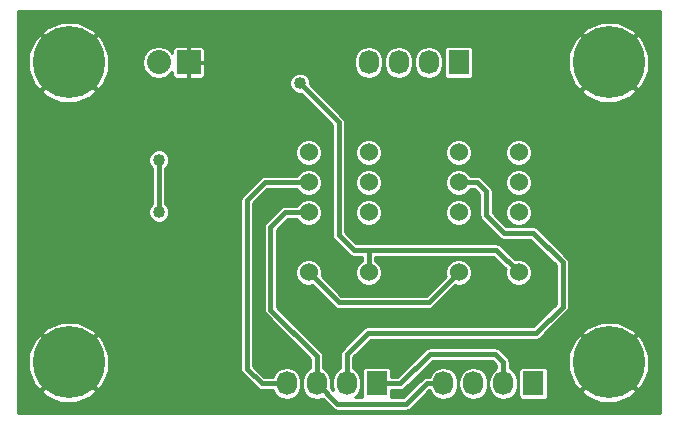
<source format=gbr>
G04 #@! TF.FileFunction,Copper,L2,Bot,Signal*
%FSLAX46Y46*%
G04 Gerber Fmt 4.6, Leading zero omitted, Abs format (unit mm)*
G04 Created by KiCad (PCBNEW 4.0.5+dfsg1-4) date Tue Jul 17 10:21:43 2018*
%MOMM*%
%LPD*%
G01*
G04 APERTURE LIST*
%ADD10C,0.100000*%
%ADD11C,1.524000*%
%ADD12R,1.727200X2.032000*%
%ADD13O,1.727200X2.032000*%
%ADD14R,2.032000X2.032000*%
%ADD15O,2.032000X2.032000*%
%ADD16C,6.096000*%
%ADD17C,1.016000*%
%ADD18C,0.381000*%
%ADD19C,0.254000*%
G04 APERTURE END LIST*
D10*
D11*
X91440000Y-96520000D03*
X91440000Y-93980000D03*
X91440000Y-91440000D03*
X91440000Y-101600000D03*
X96520000Y-101600000D03*
X96520000Y-96520000D03*
X96520000Y-93980000D03*
X96520000Y-91440000D03*
X78740000Y-96520000D03*
X78740000Y-93980000D03*
X78740000Y-91440000D03*
X78740000Y-101600000D03*
X83820000Y-101600000D03*
X83820000Y-96520000D03*
X83820000Y-93980000D03*
X83820000Y-91440000D03*
D12*
X91440000Y-83820000D03*
D13*
X88900000Y-83820000D03*
X86360000Y-83820000D03*
X83820000Y-83820000D03*
D14*
X68580000Y-83820000D03*
D15*
X66040000Y-83820000D03*
D12*
X97750000Y-111000000D03*
D13*
X95210000Y-111000000D03*
X92670000Y-111000000D03*
X90130000Y-111000000D03*
D12*
X84500000Y-111000000D03*
D13*
X81960000Y-111000000D03*
X79420000Y-111000000D03*
X76880000Y-111000000D03*
D16*
X58420000Y-83820000D03*
X104140000Y-83820000D03*
X58420000Y-109220000D03*
X104140000Y-109220000D03*
D17*
X66040000Y-96520000D03*
X66040000Y-92075000D03*
X77978000Y-85598000D03*
D18*
X66040000Y-96520000D02*
X66040000Y-92075000D01*
X91440000Y-101600000D02*
X88900000Y-104140000D01*
X81280000Y-104140000D02*
X78740000Y-101600000D01*
X88900000Y-104140000D02*
X81280000Y-104140000D01*
X84500000Y-111000000D02*
X86500000Y-111000000D01*
X95210000Y-109210000D02*
X95210000Y-111000000D01*
X94500000Y-108500000D02*
X95210000Y-109210000D01*
X89000000Y-108500000D02*
X94500000Y-108500000D01*
X86500000Y-111000000D02*
X89000000Y-108500000D01*
X81960000Y-111000000D02*
X81960000Y-108540000D01*
X92980000Y-93980000D02*
X91440000Y-93980000D01*
X93750000Y-94750000D02*
X92980000Y-93980000D01*
X93750000Y-96750000D02*
X93750000Y-94750000D01*
X95250000Y-98250000D02*
X93750000Y-96750000D01*
X97750000Y-98250000D02*
X95250000Y-98250000D01*
X100250000Y-100750000D02*
X97750000Y-98250000D01*
X100250000Y-104500000D02*
X100250000Y-100750000D01*
X98000000Y-106750000D02*
X100250000Y-104500000D01*
X83750000Y-106750000D02*
X98000000Y-106750000D01*
X81960000Y-108540000D02*
X83750000Y-106750000D01*
X90130000Y-111000000D02*
X88750000Y-111000000D01*
X81170000Y-112750000D02*
X79420000Y-111000000D01*
X87000000Y-112750000D02*
X81170000Y-112750000D01*
X88750000Y-111000000D02*
X87000000Y-112750000D01*
X78740000Y-96520000D02*
X76730000Y-96520000D01*
X76730000Y-96520000D02*
X75500000Y-97750000D01*
X75500000Y-97750000D02*
X75500000Y-104750000D01*
X75500000Y-104750000D02*
X79420000Y-108670000D01*
X79420000Y-108670000D02*
X79420000Y-111000000D01*
X78740000Y-93980000D02*
X75020000Y-93980000D01*
X74750000Y-111000000D02*
X76880000Y-111000000D01*
X73500000Y-109750000D02*
X74750000Y-111000000D01*
X73500000Y-95500000D02*
X73500000Y-109750000D01*
X75020000Y-93980000D02*
X73500000Y-95500000D01*
X81280000Y-98425000D02*
X82550000Y-99695000D01*
X82550000Y-99695000D02*
X83820000Y-99695000D01*
X81280000Y-88900000D02*
X81280000Y-98425000D01*
X77978000Y-85598000D02*
X81280000Y-88900000D01*
X83820000Y-101600000D02*
X83820000Y-99695000D01*
X96520000Y-101600000D02*
X94615000Y-99695000D01*
X94615000Y-99695000D02*
X83820000Y-99695000D01*
D19*
G36*
X108458000Y-113538000D02*
X54102000Y-113538000D01*
X54102000Y-111669301D01*
X56060501Y-111669301D01*
X56416710Y-112085325D01*
X57665714Y-112633842D01*
X59029552Y-112662631D01*
X60300590Y-112167312D01*
X60423290Y-112085325D01*
X60779499Y-111669301D01*
X58420000Y-109309803D01*
X56060501Y-111669301D01*
X54102000Y-111669301D01*
X54102000Y-109829552D01*
X54977369Y-109829552D01*
X55472688Y-111100590D01*
X55554675Y-111223290D01*
X55970699Y-111579499D01*
X58330197Y-109220000D01*
X58509803Y-109220000D01*
X60869301Y-111579499D01*
X61285325Y-111223290D01*
X61833842Y-109974286D01*
X61862631Y-108610448D01*
X61367312Y-107339410D01*
X61285325Y-107216710D01*
X60869301Y-106860501D01*
X58509803Y-109220000D01*
X58330197Y-109220000D01*
X55970699Y-106860501D01*
X55554675Y-107216710D01*
X55006158Y-108465714D01*
X54977369Y-109829552D01*
X54102000Y-109829552D01*
X54102000Y-106770699D01*
X56060501Y-106770699D01*
X58420000Y-109130197D01*
X60779499Y-106770699D01*
X60423290Y-106354675D01*
X59174286Y-105806158D01*
X57810448Y-105777369D01*
X56539410Y-106272688D01*
X56416710Y-106354675D01*
X56060501Y-106770699D01*
X54102000Y-106770699D01*
X54102000Y-92251057D01*
X65150846Y-92251057D01*
X65285903Y-92577920D01*
X65468500Y-92760836D01*
X65468500Y-95834363D01*
X65286782Y-96015764D01*
X65151154Y-96342391D01*
X65150846Y-96696057D01*
X65285903Y-97022920D01*
X65535764Y-97273218D01*
X65862391Y-97408846D01*
X66216057Y-97409154D01*
X66542920Y-97274097D01*
X66793218Y-97024236D01*
X66928846Y-96697609D01*
X66929154Y-96343943D01*
X66794097Y-96017080D01*
X66611500Y-95834164D01*
X66611500Y-95500000D01*
X72928499Y-95500000D01*
X72928500Y-95500005D01*
X72928500Y-109749995D01*
X72928499Y-109750000D01*
X72944983Y-109832866D01*
X72972003Y-109968704D01*
X73095888Y-110154112D01*
X74345886Y-111404109D01*
X74345888Y-111404112D01*
X74531296Y-111527997D01*
X74567582Y-111535215D01*
X74750000Y-111571501D01*
X74750005Y-111571500D01*
X75713320Y-111571500D01*
X75730140Y-111656057D01*
X75999935Y-112059834D01*
X76403712Y-112329629D01*
X76880000Y-112424369D01*
X77356288Y-112329629D01*
X77760065Y-112059834D01*
X78029860Y-111656057D01*
X78124600Y-111179769D01*
X78124600Y-110820231D01*
X78029860Y-110343943D01*
X77760065Y-109940166D01*
X77356288Y-109670371D01*
X76880000Y-109575631D01*
X76403712Y-109670371D01*
X75999935Y-109940166D01*
X75730140Y-110343943D01*
X75713320Y-110428500D01*
X74986723Y-110428500D01*
X74071500Y-109513276D01*
X74071500Y-97750000D01*
X74928499Y-97750000D01*
X74928500Y-97750005D01*
X74928500Y-104749995D01*
X74928499Y-104750000D01*
X74959155Y-104904112D01*
X74972003Y-104968704D01*
X75040689Y-105071500D01*
X75095888Y-105154112D01*
X78848500Y-108906723D01*
X78848500Y-109733990D01*
X78539935Y-109940166D01*
X78270140Y-110343943D01*
X78175400Y-110820231D01*
X78175400Y-111179769D01*
X78270140Y-111656057D01*
X78539935Y-112059834D01*
X78943712Y-112329629D01*
X79420000Y-112424369D01*
X79896288Y-112329629D01*
X79923334Y-112311557D01*
X80765886Y-113154109D01*
X80765888Y-113154112D01*
X80889774Y-113236890D01*
X80951297Y-113277998D01*
X81170000Y-113321501D01*
X81170005Y-113321500D01*
X86999995Y-113321500D01*
X87000000Y-113321501D01*
X87182418Y-113285215D01*
X87218704Y-113277997D01*
X87404112Y-113154112D01*
X88967203Y-111591020D01*
X88980140Y-111656057D01*
X89249935Y-112059834D01*
X89653712Y-112329629D01*
X90130000Y-112424369D01*
X90606288Y-112329629D01*
X91010065Y-112059834D01*
X91279860Y-111656057D01*
X91374600Y-111179769D01*
X91374600Y-110820231D01*
X91425400Y-110820231D01*
X91425400Y-111179769D01*
X91520140Y-111656057D01*
X91789935Y-112059834D01*
X92193712Y-112329629D01*
X92670000Y-112424369D01*
X93146288Y-112329629D01*
X93550065Y-112059834D01*
X93819860Y-111656057D01*
X93914600Y-111179769D01*
X93914600Y-110820231D01*
X93819860Y-110343943D01*
X93550065Y-109940166D01*
X93146288Y-109670371D01*
X92670000Y-109575631D01*
X92193712Y-109670371D01*
X91789935Y-109940166D01*
X91520140Y-110343943D01*
X91425400Y-110820231D01*
X91374600Y-110820231D01*
X91279860Y-110343943D01*
X91010065Y-109940166D01*
X90606288Y-109670371D01*
X90130000Y-109575631D01*
X89653712Y-109670371D01*
X89249935Y-109940166D01*
X88980140Y-110343943D01*
X88963320Y-110428500D01*
X88750005Y-110428500D01*
X88750000Y-110428499D01*
X88531297Y-110472002D01*
X88531295Y-110472003D01*
X88531296Y-110472003D01*
X88345888Y-110595888D01*
X88345886Y-110595891D01*
X86763276Y-112178500D01*
X85713693Y-112178500D01*
X85721459Y-112167134D01*
X85752064Y-112016000D01*
X85752064Y-111571500D01*
X86499995Y-111571500D01*
X86500000Y-111571501D01*
X86682418Y-111535215D01*
X86718704Y-111527997D01*
X86904112Y-111404112D01*
X86904113Y-111404111D01*
X89236723Y-109071500D01*
X94263276Y-109071500D01*
X94638500Y-109446723D01*
X94638500Y-109733990D01*
X94329935Y-109940166D01*
X94060140Y-110343943D01*
X93965400Y-110820231D01*
X93965400Y-111179769D01*
X94060140Y-111656057D01*
X94329935Y-112059834D01*
X94733712Y-112329629D01*
X95210000Y-112424369D01*
X95686288Y-112329629D01*
X96090065Y-112059834D01*
X96359860Y-111656057D01*
X96454600Y-111179769D01*
X96454600Y-110820231D01*
X96359860Y-110343943D01*
X96119354Y-109984000D01*
X96497936Y-109984000D01*
X96497936Y-112016000D01*
X96524503Y-112157190D01*
X96607946Y-112286865D01*
X96735266Y-112373859D01*
X96886400Y-112404464D01*
X98613600Y-112404464D01*
X98754790Y-112377897D01*
X98884465Y-112294454D01*
X98971459Y-112167134D01*
X99002064Y-112016000D01*
X99002064Y-111669301D01*
X101780501Y-111669301D01*
X102136710Y-112085325D01*
X103385714Y-112633842D01*
X104749552Y-112662631D01*
X106020590Y-112167312D01*
X106143290Y-112085325D01*
X106499499Y-111669301D01*
X104140000Y-109309803D01*
X101780501Y-111669301D01*
X99002064Y-111669301D01*
X99002064Y-109984000D01*
X98975497Y-109842810D01*
X98966966Y-109829552D01*
X100697369Y-109829552D01*
X101192688Y-111100590D01*
X101274675Y-111223290D01*
X101690699Y-111579499D01*
X104050197Y-109220000D01*
X104229803Y-109220000D01*
X106589301Y-111579499D01*
X107005325Y-111223290D01*
X107553842Y-109974286D01*
X107582631Y-108610448D01*
X107087312Y-107339410D01*
X107005325Y-107216710D01*
X106589301Y-106860501D01*
X104229803Y-109220000D01*
X104050197Y-109220000D01*
X101690699Y-106860501D01*
X101274675Y-107216710D01*
X100726158Y-108465714D01*
X100697369Y-109829552D01*
X98966966Y-109829552D01*
X98892054Y-109713135D01*
X98764734Y-109626141D01*
X98613600Y-109595536D01*
X96886400Y-109595536D01*
X96745210Y-109622103D01*
X96615535Y-109705546D01*
X96528541Y-109832866D01*
X96497936Y-109984000D01*
X96119354Y-109984000D01*
X96090065Y-109940166D01*
X95781500Y-109733990D01*
X95781500Y-109210005D01*
X95781501Y-109210000D01*
X95737998Y-108991297D01*
X95669447Y-108888703D01*
X95614112Y-108805888D01*
X95614109Y-108805886D01*
X94904112Y-108095888D01*
X94718704Y-107972003D01*
X94682418Y-107964785D01*
X94500000Y-107928499D01*
X94499995Y-107928500D01*
X89000005Y-107928500D01*
X89000000Y-107928499D01*
X88817582Y-107964785D01*
X88781296Y-107972003D01*
X88595888Y-108095888D01*
X88595886Y-108095891D01*
X86263276Y-110428500D01*
X85752064Y-110428500D01*
X85752064Y-109984000D01*
X85725497Y-109842810D01*
X85642054Y-109713135D01*
X85514734Y-109626141D01*
X85363600Y-109595536D01*
X83636400Y-109595536D01*
X83495210Y-109622103D01*
X83365535Y-109705546D01*
X83278541Y-109832866D01*
X83247936Y-109984000D01*
X83247936Y-112016000D01*
X83274503Y-112157190D01*
X83288216Y-112178500D01*
X82662469Y-112178500D01*
X82840065Y-112059834D01*
X83109860Y-111656057D01*
X83204600Y-111179769D01*
X83204600Y-110820231D01*
X83109860Y-110343943D01*
X82840065Y-109940166D01*
X82531500Y-109733990D01*
X82531500Y-108776724D01*
X83986723Y-107321500D01*
X97999995Y-107321500D01*
X98000000Y-107321501D01*
X98182418Y-107285215D01*
X98218704Y-107277997D01*
X98404112Y-107154112D01*
X98787524Y-106770699D01*
X101780501Y-106770699D01*
X104140000Y-109130197D01*
X106499499Y-106770699D01*
X106143290Y-106354675D01*
X104894286Y-105806158D01*
X103530448Y-105777369D01*
X102259410Y-106272688D01*
X102136710Y-106354675D01*
X101780501Y-106770699D01*
X98787524Y-106770699D01*
X100654109Y-104904114D01*
X100654112Y-104904112D01*
X100777997Y-104718704D01*
X100777998Y-104718703D01*
X100821501Y-104500000D01*
X100821500Y-104499995D01*
X100821500Y-100750005D01*
X100821501Y-100750000D01*
X100777997Y-100531297D01*
X100777997Y-100531296D01*
X100654112Y-100345888D01*
X100654109Y-100345886D01*
X98154112Y-97845888D01*
X97968704Y-97722003D01*
X97932418Y-97714785D01*
X97750000Y-97678499D01*
X97749995Y-97678500D01*
X95486723Y-97678500D01*
X94554583Y-96746359D01*
X95376802Y-96746359D01*
X95550446Y-97166612D01*
X95871697Y-97488423D01*
X96291646Y-97662801D01*
X96746359Y-97663198D01*
X97166612Y-97489554D01*
X97488423Y-97168303D01*
X97662801Y-96748354D01*
X97663198Y-96293641D01*
X97489554Y-95873388D01*
X97168303Y-95551577D01*
X96748354Y-95377199D01*
X96293641Y-95376802D01*
X95873388Y-95550446D01*
X95551577Y-95871697D01*
X95377199Y-96291646D01*
X95376802Y-96746359D01*
X94554583Y-96746359D01*
X94321500Y-96513276D01*
X94321500Y-94750000D01*
X94277997Y-94531296D01*
X94154112Y-94345888D01*
X94154109Y-94345886D01*
X94014583Y-94206359D01*
X95376802Y-94206359D01*
X95550446Y-94626612D01*
X95871697Y-94948423D01*
X96291646Y-95122801D01*
X96746359Y-95123198D01*
X97166612Y-94949554D01*
X97488423Y-94628303D01*
X97662801Y-94208354D01*
X97663198Y-93753641D01*
X97489554Y-93333388D01*
X97168303Y-93011577D01*
X96748354Y-92837199D01*
X96293641Y-92836802D01*
X95873388Y-93010446D01*
X95551577Y-93331697D01*
X95377199Y-93751646D01*
X95376802Y-94206359D01*
X94014583Y-94206359D01*
X93384112Y-93575888D01*
X93198704Y-93452003D01*
X93162418Y-93444785D01*
X92980000Y-93408499D01*
X92979995Y-93408500D01*
X92440589Y-93408500D01*
X92409554Y-93333388D01*
X92088303Y-93011577D01*
X91668354Y-92837199D01*
X91213641Y-92836802D01*
X90793388Y-93010446D01*
X90471577Y-93331697D01*
X90297199Y-93751646D01*
X90296802Y-94206359D01*
X90470446Y-94626612D01*
X90791697Y-94948423D01*
X91211646Y-95122801D01*
X91666359Y-95123198D01*
X92086612Y-94949554D01*
X92408423Y-94628303D01*
X92440314Y-94551500D01*
X92743276Y-94551500D01*
X93178500Y-94986723D01*
X93178500Y-96749995D01*
X93178499Y-96750000D01*
X93213133Y-96924111D01*
X93222003Y-96968704D01*
X93274985Y-97047997D01*
X93345888Y-97154112D01*
X94845886Y-98654109D01*
X94845888Y-98654112D01*
X95031296Y-98777997D01*
X95250000Y-98821500D01*
X97513276Y-98821500D01*
X99678500Y-100986723D01*
X99678500Y-104263277D01*
X97763276Y-106178500D01*
X83750000Y-106178500D01*
X83531296Y-106222003D01*
X83345888Y-106345888D01*
X83345886Y-106345891D01*
X81555888Y-108135888D01*
X81432003Y-108321296D01*
X81432003Y-108321297D01*
X81388499Y-108540000D01*
X81388500Y-108540005D01*
X81388500Y-109733990D01*
X81079935Y-109940166D01*
X80810140Y-110343943D01*
X80715400Y-110820231D01*
X80715400Y-111179769D01*
X80791731Y-111563507D01*
X80622026Y-111393802D01*
X80664600Y-111179769D01*
X80664600Y-110820231D01*
X80569860Y-110343943D01*
X80300065Y-109940166D01*
X79991500Y-109733990D01*
X79991500Y-108670005D01*
X79991501Y-108670000D01*
X79947997Y-108451297D01*
X79947997Y-108451296D01*
X79824112Y-108265888D01*
X79824109Y-108265886D01*
X76071500Y-104513276D01*
X76071500Y-101826359D01*
X77596802Y-101826359D01*
X77770446Y-102246612D01*
X78091697Y-102568423D01*
X78511646Y-102742801D01*
X78966359Y-102743198D01*
X79043217Y-102711441D01*
X80875886Y-104544109D01*
X80875888Y-104544112D01*
X81061296Y-104667997D01*
X81280000Y-104711500D01*
X88899995Y-104711500D01*
X88900000Y-104711501D01*
X89082418Y-104675215D01*
X89118704Y-104667997D01*
X89304112Y-104544112D01*
X91136589Y-102711635D01*
X91211646Y-102742801D01*
X91666359Y-102743198D01*
X92086612Y-102569554D01*
X92408423Y-102248303D01*
X92582801Y-101828354D01*
X92583198Y-101373641D01*
X92409554Y-100953388D01*
X92088303Y-100631577D01*
X91668354Y-100457199D01*
X91213641Y-100456802D01*
X90793388Y-100630446D01*
X90471577Y-100951697D01*
X90297199Y-101371646D01*
X90296802Y-101826359D01*
X90328559Y-101903218D01*
X88663276Y-103568500D01*
X81516723Y-103568500D01*
X79851635Y-101903411D01*
X79882801Y-101828354D01*
X79883198Y-101373641D01*
X79709554Y-100953388D01*
X79388303Y-100631577D01*
X78968354Y-100457199D01*
X78513641Y-100456802D01*
X78093388Y-100630446D01*
X77771577Y-100951697D01*
X77597199Y-101371646D01*
X77596802Y-101826359D01*
X76071500Y-101826359D01*
X76071500Y-97986724D01*
X76966723Y-97091500D01*
X77739411Y-97091500D01*
X77770446Y-97166612D01*
X78091697Y-97488423D01*
X78511646Y-97662801D01*
X78966359Y-97663198D01*
X79386612Y-97489554D01*
X79708423Y-97168303D01*
X79882801Y-96748354D01*
X79883198Y-96293641D01*
X79709554Y-95873388D01*
X79388303Y-95551577D01*
X78968354Y-95377199D01*
X78513641Y-95376802D01*
X78093388Y-95550446D01*
X77771577Y-95871697D01*
X77739686Y-95948500D01*
X76730005Y-95948500D01*
X76730000Y-95948499D01*
X76511297Y-95992002D01*
X76511295Y-95992003D01*
X76511296Y-95992003D01*
X76325888Y-96115888D01*
X76325886Y-96115891D01*
X75095888Y-97345888D01*
X74972003Y-97531296D01*
X74972003Y-97531297D01*
X74928499Y-97750000D01*
X74071500Y-97750000D01*
X74071500Y-95736724D01*
X75256723Y-94551500D01*
X77739411Y-94551500D01*
X77770446Y-94626612D01*
X78091697Y-94948423D01*
X78511646Y-95122801D01*
X78966359Y-95123198D01*
X79386612Y-94949554D01*
X79708423Y-94628303D01*
X79882801Y-94208354D01*
X79883198Y-93753641D01*
X79709554Y-93333388D01*
X79388303Y-93011577D01*
X78968354Y-92837199D01*
X78513641Y-92836802D01*
X78093388Y-93010446D01*
X77771577Y-93331697D01*
X77739686Y-93408500D01*
X75020005Y-93408500D01*
X75020000Y-93408499D01*
X74801297Y-93452002D01*
X74801295Y-93452003D01*
X74801296Y-93452003D01*
X74615888Y-93575888D01*
X74615886Y-93575891D01*
X73095888Y-95095888D01*
X72972003Y-95281296D01*
X72972003Y-95281297D01*
X72928499Y-95500000D01*
X66611500Y-95500000D01*
X66611500Y-92760637D01*
X66793218Y-92579236D01*
X66928846Y-92252609D01*
X66929154Y-91898943D01*
X66833053Y-91666359D01*
X77596802Y-91666359D01*
X77770446Y-92086612D01*
X78091697Y-92408423D01*
X78511646Y-92582801D01*
X78966359Y-92583198D01*
X79386612Y-92409554D01*
X79708423Y-92088303D01*
X79882801Y-91668354D01*
X79883198Y-91213641D01*
X79709554Y-90793388D01*
X79388303Y-90471577D01*
X78968354Y-90297199D01*
X78513641Y-90296802D01*
X78093388Y-90470446D01*
X77771577Y-90791697D01*
X77597199Y-91211646D01*
X77596802Y-91666359D01*
X66833053Y-91666359D01*
X66794097Y-91572080D01*
X66544236Y-91321782D01*
X66217609Y-91186154D01*
X65863943Y-91185846D01*
X65537080Y-91320903D01*
X65286782Y-91570764D01*
X65151154Y-91897391D01*
X65150846Y-92251057D01*
X54102000Y-92251057D01*
X54102000Y-86269301D01*
X56060501Y-86269301D01*
X56416710Y-86685325D01*
X57665714Y-87233842D01*
X59029552Y-87262631D01*
X60300590Y-86767312D01*
X60423290Y-86685325D01*
X60779499Y-86269301D01*
X58420000Y-83909803D01*
X56060501Y-86269301D01*
X54102000Y-86269301D01*
X54102000Y-84429552D01*
X54977369Y-84429552D01*
X55472688Y-85700590D01*
X55554675Y-85823290D01*
X55970699Y-86179499D01*
X58330197Y-83820000D01*
X58509803Y-83820000D01*
X60869301Y-86179499D01*
X61285325Y-85823290D01*
X61306946Y-85774057D01*
X77088846Y-85774057D01*
X77223903Y-86100920D01*
X77473764Y-86351218D01*
X77800391Y-86486846D01*
X78058847Y-86487071D01*
X80708500Y-89136723D01*
X80708500Y-98424995D01*
X80708499Y-98425000D01*
X80717193Y-98468704D01*
X80752003Y-98643704D01*
X80841734Y-98777997D01*
X80875888Y-98829112D01*
X82145886Y-100099109D01*
X82145888Y-100099112D01*
X82331296Y-100222997D01*
X82367582Y-100230215D01*
X82550000Y-100266501D01*
X82550005Y-100266500D01*
X83248500Y-100266500D01*
X83248500Y-100599411D01*
X83173388Y-100630446D01*
X82851577Y-100951697D01*
X82677199Y-101371646D01*
X82676802Y-101826359D01*
X82850446Y-102246612D01*
X83171697Y-102568423D01*
X83591646Y-102742801D01*
X84046359Y-102743198D01*
X84466612Y-102569554D01*
X84788423Y-102248303D01*
X84962801Y-101828354D01*
X84963198Y-101373641D01*
X84789554Y-100953388D01*
X84468303Y-100631577D01*
X84391500Y-100599686D01*
X84391500Y-100266500D01*
X94378276Y-100266500D01*
X95408365Y-101296589D01*
X95377199Y-101371646D01*
X95376802Y-101826359D01*
X95550446Y-102246612D01*
X95871697Y-102568423D01*
X96291646Y-102742801D01*
X96746359Y-102743198D01*
X97166612Y-102569554D01*
X97488423Y-102248303D01*
X97662801Y-101828354D01*
X97663198Y-101373641D01*
X97489554Y-100953388D01*
X97168303Y-100631577D01*
X96748354Y-100457199D01*
X96293641Y-100456802D01*
X96216782Y-100488559D01*
X95019112Y-99290888D01*
X94833704Y-99167003D01*
X94797418Y-99159785D01*
X94615000Y-99123499D01*
X94614995Y-99123500D01*
X82786723Y-99123500D01*
X81851500Y-98188276D01*
X81851500Y-96746359D01*
X82676802Y-96746359D01*
X82850446Y-97166612D01*
X83171697Y-97488423D01*
X83591646Y-97662801D01*
X84046359Y-97663198D01*
X84466612Y-97489554D01*
X84788423Y-97168303D01*
X84962801Y-96748354D01*
X84962802Y-96746359D01*
X90296802Y-96746359D01*
X90470446Y-97166612D01*
X90791697Y-97488423D01*
X91211646Y-97662801D01*
X91666359Y-97663198D01*
X92086612Y-97489554D01*
X92408423Y-97168303D01*
X92582801Y-96748354D01*
X92583198Y-96293641D01*
X92409554Y-95873388D01*
X92088303Y-95551577D01*
X91668354Y-95377199D01*
X91213641Y-95376802D01*
X90793388Y-95550446D01*
X90471577Y-95871697D01*
X90297199Y-96291646D01*
X90296802Y-96746359D01*
X84962802Y-96746359D01*
X84963198Y-96293641D01*
X84789554Y-95873388D01*
X84468303Y-95551577D01*
X84048354Y-95377199D01*
X83593641Y-95376802D01*
X83173388Y-95550446D01*
X82851577Y-95871697D01*
X82677199Y-96291646D01*
X82676802Y-96746359D01*
X81851500Y-96746359D01*
X81851500Y-94206359D01*
X82676802Y-94206359D01*
X82850446Y-94626612D01*
X83171697Y-94948423D01*
X83591646Y-95122801D01*
X84046359Y-95123198D01*
X84466612Y-94949554D01*
X84788423Y-94628303D01*
X84962801Y-94208354D01*
X84963198Y-93753641D01*
X84789554Y-93333388D01*
X84468303Y-93011577D01*
X84048354Y-92837199D01*
X83593641Y-92836802D01*
X83173388Y-93010446D01*
X82851577Y-93331697D01*
X82677199Y-93751646D01*
X82676802Y-94206359D01*
X81851500Y-94206359D01*
X81851500Y-91666359D01*
X82676802Y-91666359D01*
X82850446Y-92086612D01*
X83171697Y-92408423D01*
X83591646Y-92582801D01*
X84046359Y-92583198D01*
X84466612Y-92409554D01*
X84788423Y-92088303D01*
X84962801Y-91668354D01*
X84962802Y-91666359D01*
X90296802Y-91666359D01*
X90470446Y-92086612D01*
X90791697Y-92408423D01*
X91211646Y-92582801D01*
X91666359Y-92583198D01*
X92086612Y-92409554D01*
X92408423Y-92088303D01*
X92582801Y-91668354D01*
X92582802Y-91666359D01*
X95376802Y-91666359D01*
X95550446Y-92086612D01*
X95871697Y-92408423D01*
X96291646Y-92582801D01*
X96746359Y-92583198D01*
X97166612Y-92409554D01*
X97488423Y-92088303D01*
X97662801Y-91668354D01*
X97663198Y-91213641D01*
X97489554Y-90793388D01*
X97168303Y-90471577D01*
X96748354Y-90297199D01*
X96293641Y-90296802D01*
X95873388Y-90470446D01*
X95551577Y-90791697D01*
X95377199Y-91211646D01*
X95376802Y-91666359D01*
X92582802Y-91666359D01*
X92583198Y-91213641D01*
X92409554Y-90793388D01*
X92088303Y-90471577D01*
X91668354Y-90297199D01*
X91213641Y-90296802D01*
X90793388Y-90470446D01*
X90471577Y-90791697D01*
X90297199Y-91211646D01*
X90296802Y-91666359D01*
X84962802Y-91666359D01*
X84963198Y-91213641D01*
X84789554Y-90793388D01*
X84468303Y-90471577D01*
X84048354Y-90297199D01*
X83593641Y-90296802D01*
X83173388Y-90470446D01*
X82851577Y-90791697D01*
X82677199Y-91211646D01*
X82676802Y-91666359D01*
X81851500Y-91666359D01*
X81851500Y-88900005D01*
X81851501Y-88900000D01*
X81807997Y-88681297D01*
X81807997Y-88681296D01*
X81684112Y-88495888D01*
X81684109Y-88495886D01*
X79457524Y-86269301D01*
X101780501Y-86269301D01*
X102136710Y-86685325D01*
X103385714Y-87233842D01*
X104749552Y-87262631D01*
X106020590Y-86767312D01*
X106143290Y-86685325D01*
X106499499Y-86269301D01*
X104140000Y-83909803D01*
X101780501Y-86269301D01*
X79457524Y-86269301D01*
X78866930Y-85678707D01*
X78867154Y-85421943D01*
X78732097Y-85095080D01*
X78482236Y-84844782D01*
X78155609Y-84709154D01*
X77801943Y-84708846D01*
X77475080Y-84843903D01*
X77224782Y-85093764D01*
X77089154Y-85420391D01*
X77088846Y-85774057D01*
X61306946Y-85774057D01*
X61833842Y-84574286D01*
X61850341Y-83792631D01*
X64643000Y-83792631D01*
X64643000Y-83847369D01*
X64749340Y-84381978D01*
X65052172Y-84835197D01*
X65505391Y-85138029D01*
X66040000Y-85244369D01*
X66574609Y-85138029D01*
X67027828Y-84835197D01*
X67183000Y-84602966D01*
X67183000Y-84911786D01*
X67241004Y-85051820D01*
X67348181Y-85158996D01*
X67488215Y-85217000D01*
X68421250Y-85217000D01*
X68516500Y-85121750D01*
X68516500Y-83883500D01*
X68643500Y-83883500D01*
X68643500Y-85121750D01*
X68738750Y-85217000D01*
X69671785Y-85217000D01*
X69811819Y-85158996D01*
X69918996Y-85051820D01*
X69977000Y-84911786D01*
X69977000Y-83978750D01*
X69881750Y-83883500D01*
X68643500Y-83883500D01*
X68516500Y-83883500D01*
X68496500Y-83883500D01*
X68496500Y-83756500D01*
X68516500Y-83756500D01*
X68516500Y-82518250D01*
X68643500Y-82518250D01*
X68643500Y-83756500D01*
X69881750Y-83756500D01*
X69977000Y-83661250D01*
X69977000Y-83640231D01*
X82575400Y-83640231D01*
X82575400Y-83999769D01*
X82670140Y-84476057D01*
X82939935Y-84879834D01*
X83343712Y-85149629D01*
X83820000Y-85244369D01*
X84296288Y-85149629D01*
X84700065Y-84879834D01*
X84969860Y-84476057D01*
X85064600Y-83999769D01*
X85064600Y-83640231D01*
X85115400Y-83640231D01*
X85115400Y-83999769D01*
X85210140Y-84476057D01*
X85479935Y-84879834D01*
X85883712Y-85149629D01*
X86360000Y-85244369D01*
X86836288Y-85149629D01*
X87240065Y-84879834D01*
X87509860Y-84476057D01*
X87604600Y-83999769D01*
X87604600Y-83640231D01*
X87655400Y-83640231D01*
X87655400Y-83999769D01*
X87750140Y-84476057D01*
X88019935Y-84879834D01*
X88423712Y-85149629D01*
X88900000Y-85244369D01*
X89376288Y-85149629D01*
X89780065Y-84879834D01*
X90049860Y-84476057D01*
X90144600Y-83999769D01*
X90144600Y-83640231D01*
X90049860Y-83163943D01*
X89809354Y-82804000D01*
X90187936Y-82804000D01*
X90187936Y-84836000D01*
X90214503Y-84977190D01*
X90297946Y-85106865D01*
X90425266Y-85193859D01*
X90576400Y-85224464D01*
X92303600Y-85224464D01*
X92444790Y-85197897D01*
X92574465Y-85114454D01*
X92661459Y-84987134D01*
X92692064Y-84836000D01*
X92692064Y-84429552D01*
X100697369Y-84429552D01*
X101192688Y-85700590D01*
X101274675Y-85823290D01*
X101690699Y-86179499D01*
X104050197Y-83820000D01*
X104229803Y-83820000D01*
X106589301Y-86179499D01*
X107005325Y-85823290D01*
X107553842Y-84574286D01*
X107582631Y-83210448D01*
X107087312Y-81939410D01*
X107005325Y-81816710D01*
X106589301Y-81460501D01*
X104229803Y-83820000D01*
X104050197Y-83820000D01*
X101690699Y-81460501D01*
X101274675Y-81816710D01*
X100726158Y-83065714D01*
X100697369Y-84429552D01*
X92692064Y-84429552D01*
X92692064Y-82804000D01*
X92665497Y-82662810D01*
X92582054Y-82533135D01*
X92454734Y-82446141D01*
X92303600Y-82415536D01*
X90576400Y-82415536D01*
X90435210Y-82442103D01*
X90305535Y-82525546D01*
X90218541Y-82652866D01*
X90187936Y-82804000D01*
X89809354Y-82804000D01*
X89780065Y-82760166D01*
X89376288Y-82490371D01*
X88900000Y-82395631D01*
X88423712Y-82490371D01*
X88019935Y-82760166D01*
X87750140Y-83163943D01*
X87655400Y-83640231D01*
X87604600Y-83640231D01*
X87509860Y-83163943D01*
X87240065Y-82760166D01*
X86836288Y-82490371D01*
X86360000Y-82395631D01*
X85883712Y-82490371D01*
X85479935Y-82760166D01*
X85210140Y-83163943D01*
X85115400Y-83640231D01*
X85064600Y-83640231D01*
X84969860Y-83163943D01*
X84700065Y-82760166D01*
X84296288Y-82490371D01*
X83820000Y-82395631D01*
X83343712Y-82490371D01*
X82939935Y-82760166D01*
X82670140Y-83163943D01*
X82575400Y-83640231D01*
X69977000Y-83640231D01*
X69977000Y-82728214D01*
X69918996Y-82588180D01*
X69811819Y-82481004D01*
X69671785Y-82423000D01*
X68738750Y-82423000D01*
X68643500Y-82518250D01*
X68516500Y-82518250D01*
X68421250Y-82423000D01*
X67488215Y-82423000D01*
X67348181Y-82481004D01*
X67241004Y-82588180D01*
X67183000Y-82728214D01*
X67183000Y-83037034D01*
X67027828Y-82804803D01*
X66574609Y-82501971D01*
X66040000Y-82395631D01*
X65505391Y-82501971D01*
X65052172Y-82804803D01*
X64749340Y-83258022D01*
X64643000Y-83792631D01*
X61850341Y-83792631D01*
X61862631Y-83210448D01*
X61367312Y-81939410D01*
X61285325Y-81816710D01*
X60869301Y-81460501D01*
X58509803Y-83820000D01*
X58330197Y-83820000D01*
X55970699Y-81460501D01*
X55554675Y-81816710D01*
X55006158Y-83065714D01*
X54977369Y-84429552D01*
X54102000Y-84429552D01*
X54102000Y-81370699D01*
X56060501Y-81370699D01*
X58420000Y-83730197D01*
X60779499Y-81370699D01*
X101780501Y-81370699D01*
X104140000Y-83730197D01*
X106499499Y-81370699D01*
X106143290Y-80954675D01*
X104894286Y-80406158D01*
X103530448Y-80377369D01*
X102259410Y-80872688D01*
X102136710Y-80954675D01*
X101780501Y-81370699D01*
X60779499Y-81370699D01*
X60423290Y-80954675D01*
X59174286Y-80406158D01*
X57810448Y-80377369D01*
X56539410Y-80872688D01*
X56416710Y-80954675D01*
X56060501Y-81370699D01*
X54102000Y-81370699D01*
X54102000Y-79502000D01*
X108458000Y-79502000D01*
X108458000Y-113538000D01*
X108458000Y-113538000D01*
G37*
X108458000Y-113538000D02*
X54102000Y-113538000D01*
X54102000Y-111669301D01*
X56060501Y-111669301D01*
X56416710Y-112085325D01*
X57665714Y-112633842D01*
X59029552Y-112662631D01*
X60300590Y-112167312D01*
X60423290Y-112085325D01*
X60779499Y-111669301D01*
X58420000Y-109309803D01*
X56060501Y-111669301D01*
X54102000Y-111669301D01*
X54102000Y-109829552D01*
X54977369Y-109829552D01*
X55472688Y-111100590D01*
X55554675Y-111223290D01*
X55970699Y-111579499D01*
X58330197Y-109220000D01*
X58509803Y-109220000D01*
X60869301Y-111579499D01*
X61285325Y-111223290D01*
X61833842Y-109974286D01*
X61862631Y-108610448D01*
X61367312Y-107339410D01*
X61285325Y-107216710D01*
X60869301Y-106860501D01*
X58509803Y-109220000D01*
X58330197Y-109220000D01*
X55970699Y-106860501D01*
X55554675Y-107216710D01*
X55006158Y-108465714D01*
X54977369Y-109829552D01*
X54102000Y-109829552D01*
X54102000Y-106770699D01*
X56060501Y-106770699D01*
X58420000Y-109130197D01*
X60779499Y-106770699D01*
X60423290Y-106354675D01*
X59174286Y-105806158D01*
X57810448Y-105777369D01*
X56539410Y-106272688D01*
X56416710Y-106354675D01*
X56060501Y-106770699D01*
X54102000Y-106770699D01*
X54102000Y-92251057D01*
X65150846Y-92251057D01*
X65285903Y-92577920D01*
X65468500Y-92760836D01*
X65468500Y-95834363D01*
X65286782Y-96015764D01*
X65151154Y-96342391D01*
X65150846Y-96696057D01*
X65285903Y-97022920D01*
X65535764Y-97273218D01*
X65862391Y-97408846D01*
X66216057Y-97409154D01*
X66542920Y-97274097D01*
X66793218Y-97024236D01*
X66928846Y-96697609D01*
X66929154Y-96343943D01*
X66794097Y-96017080D01*
X66611500Y-95834164D01*
X66611500Y-95500000D01*
X72928499Y-95500000D01*
X72928500Y-95500005D01*
X72928500Y-109749995D01*
X72928499Y-109750000D01*
X72944983Y-109832866D01*
X72972003Y-109968704D01*
X73095888Y-110154112D01*
X74345886Y-111404109D01*
X74345888Y-111404112D01*
X74531296Y-111527997D01*
X74567582Y-111535215D01*
X74750000Y-111571501D01*
X74750005Y-111571500D01*
X75713320Y-111571500D01*
X75730140Y-111656057D01*
X75999935Y-112059834D01*
X76403712Y-112329629D01*
X76880000Y-112424369D01*
X77356288Y-112329629D01*
X77760065Y-112059834D01*
X78029860Y-111656057D01*
X78124600Y-111179769D01*
X78124600Y-110820231D01*
X78029860Y-110343943D01*
X77760065Y-109940166D01*
X77356288Y-109670371D01*
X76880000Y-109575631D01*
X76403712Y-109670371D01*
X75999935Y-109940166D01*
X75730140Y-110343943D01*
X75713320Y-110428500D01*
X74986723Y-110428500D01*
X74071500Y-109513276D01*
X74071500Y-97750000D01*
X74928499Y-97750000D01*
X74928500Y-97750005D01*
X74928500Y-104749995D01*
X74928499Y-104750000D01*
X74959155Y-104904112D01*
X74972003Y-104968704D01*
X75040689Y-105071500D01*
X75095888Y-105154112D01*
X78848500Y-108906723D01*
X78848500Y-109733990D01*
X78539935Y-109940166D01*
X78270140Y-110343943D01*
X78175400Y-110820231D01*
X78175400Y-111179769D01*
X78270140Y-111656057D01*
X78539935Y-112059834D01*
X78943712Y-112329629D01*
X79420000Y-112424369D01*
X79896288Y-112329629D01*
X79923334Y-112311557D01*
X80765886Y-113154109D01*
X80765888Y-113154112D01*
X80889774Y-113236890D01*
X80951297Y-113277998D01*
X81170000Y-113321501D01*
X81170005Y-113321500D01*
X86999995Y-113321500D01*
X87000000Y-113321501D01*
X87182418Y-113285215D01*
X87218704Y-113277997D01*
X87404112Y-113154112D01*
X88967203Y-111591020D01*
X88980140Y-111656057D01*
X89249935Y-112059834D01*
X89653712Y-112329629D01*
X90130000Y-112424369D01*
X90606288Y-112329629D01*
X91010065Y-112059834D01*
X91279860Y-111656057D01*
X91374600Y-111179769D01*
X91374600Y-110820231D01*
X91425400Y-110820231D01*
X91425400Y-111179769D01*
X91520140Y-111656057D01*
X91789935Y-112059834D01*
X92193712Y-112329629D01*
X92670000Y-112424369D01*
X93146288Y-112329629D01*
X93550065Y-112059834D01*
X93819860Y-111656057D01*
X93914600Y-111179769D01*
X93914600Y-110820231D01*
X93819860Y-110343943D01*
X93550065Y-109940166D01*
X93146288Y-109670371D01*
X92670000Y-109575631D01*
X92193712Y-109670371D01*
X91789935Y-109940166D01*
X91520140Y-110343943D01*
X91425400Y-110820231D01*
X91374600Y-110820231D01*
X91279860Y-110343943D01*
X91010065Y-109940166D01*
X90606288Y-109670371D01*
X90130000Y-109575631D01*
X89653712Y-109670371D01*
X89249935Y-109940166D01*
X88980140Y-110343943D01*
X88963320Y-110428500D01*
X88750005Y-110428500D01*
X88750000Y-110428499D01*
X88531297Y-110472002D01*
X88531295Y-110472003D01*
X88531296Y-110472003D01*
X88345888Y-110595888D01*
X88345886Y-110595891D01*
X86763276Y-112178500D01*
X85713693Y-112178500D01*
X85721459Y-112167134D01*
X85752064Y-112016000D01*
X85752064Y-111571500D01*
X86499995Y-111571500D01*
X86500000Y-111571501D01*
X86682418Y-111535215D01*
X86718704Y-111527997D01*
X86904112Y-111404112D01*
X86904113Y-111404111D01*
X89236723Y-109071500D01*
X94263276Y-109071500D01*
X94638500Y-109446723D01*
X94638500Y-109733990D01*
X94329935Y-109940166D01*
X94060140Y-110343943D01*
X93965400Y-110820231D01*
X93965400Y-111179769D01*
X94060140Y-111656057D01*
X94329935Y-112059834D01*
X94733712Y-112329629D01*
X95210000Y-112424369D01*
X95686288Y-112329629D01*
X96090065Y-112059834D01*
X96359860Y-111656057D01*
X96454600Y-111179769D01*
X96454600Y-110820231D01*
X96359860Y-110343943D01*
X96119354Y-109984000D01*
X96497936Y-109984000D01*
X96497936Y-112016000D01*
X96524503Y-112157190D01*
X96607946Y-112286865D01*
X96735266Y-112373859D01*
X96886400Y-112404464D01*
X98613600Y-112404464D01*
X98754790Y-112377897D01*
X98884465Y-112294454D01*
X98971459Y-112167134D01*
X99002064Y-112016000D01*
X99002064Y-111669301D01*
X101780501Y-111669301D01*
X102136710Y-112085325D01*
X103385714Y-112633842D01*
X104749552Y-112662631D01*
X106020590Y-112167312D01*
X106143290Y-112085325D01*
X106499499Y-111669301D01*
X104140000Y-109309803D01*
X101780501Y-111669301D01*
X99002064Y-111669301D01*
X99002064Y-109984000D01*
X98975497Y-109842810D01*
X98966966Y-109829552D01*
X100697369Y-109829552D01*
X101192688Y-111100590D01*
X101274675Y-111223290D01*
X101690699Y-111579499D01*
X104050197Y-109220000D01*
X104229803Y-109220000D01*
X106589301Y-111579499D01*
X107005325Y-111223290D01*
X107553842Y-109974286D01*
X107582631Y-108610448D01*
X107087312Y-107339410D01*
X107005325Y-107216710D01*
X106589301Y-106860501D01*
X104229803Y-109220000D01*
X104050197Y-109220000D01*
X101690699Y-106860501D01*
X101274675Y-107216710D01*
X100726158Y-108465714D01*
X100697369Y-109829552D01*
X98966966Y-109829552D01*
X98892054Y-109713135D01*
X98764734Y-109626141D01*
X98613600Y-109595536D01*
X96886400Y-109595536D01*
X96745210Y-109622103D01*
X96615535Y-109705546D01*
X96528541Y-109832866D01*
X96497936Y-109984000D01*
X96119354Y-109984000D01*
X96090065Y-109940166D01*
X95781500Y-109733990D01*
X95781500Y-109210005D01*
X95781501Y-109210000D01*
X95737998Y-108991297D01*
X95669447Y-108888703D01*
X95614112Y-108805888D01*
X95614109Y-108805886D01*
X94904112Y-108095888D01*
X94718704Y-107972003D01*
X94682418Y-107964785D01*
X94500000Y-107928499D01*
X94499995Y-107928500D01*
X89000005Y-107928500D01*
X89000000Y-107928499D01*
X88817582Y-107964785D01*
X88781296Y-107972003D01*
X88595888Y-108095888D01*
X88595886Y-108095891D01*
X86263276Y-110428500D01*
X85752064Y-110428500D01*
X85752064Y-109984000D01*
X85725497Y-109842810D01*
X85642054Y-109713135D01*
X85514734Y-109626141D01*
X85363600Y-109595536D01*
X83636400Y-109595536D01*
X83495210Y-109622103D01*
X83365535Y-109705546D01*
X83278541Y-109832866D01*
X83247936Y-109984000D01*
X83247936Y-112016000D01*
X83274503Y-112157190D01*
X83288216Y-112178500D01*
X82662469Y-112178500D01*
X82840065Y-112059834D01*
X83109860Y-111656057D01*
X83204600Y-111179769D01*
X83204600Y-110820231D01*
X83109860Y-110343943D01*
X82840065Y-109940166D01*
X82531500Y-109733990D01*
X82531500Y-108776724D01*
X83986723Y-107321500D01*
X97999995Y-107321500D01*
X98000000Y-107321501D01*
X98182418Y-107285215D01*
X98218704Y-107277997D01*
X98404112Y-107154112D01*
X98787524Y-106770699D01*
X101780501Y-106770699D01*
X104140000Y-109130197D01*
X106499499Y-106770699D01*
X106143290Y-106354675D01*
X104894286Y-105806158D01*
X103530448Y-105777369D01*
X102259410Y-106272688D01*
X102136710Y-106354675D01*
X101780501Y-106770699D01*
X98787524Y-106770699D01*
X100654109Y-104904114D01*
X100654112Y-104904112D01*
X100777997Y-104718704D01*
X100777998Y-104718703D01*
X100821501Y-104500000D01*
X100821500Y-104499995D01*
X100821500Y-100750005D01*
X100821501Y-100750000D01*
X100777997Y-100531297D01*
X100777997Y-100531296D01*
X100654112Y-100345888D01*
X100654109Y-100345886D01*
X98154112Y-97845888D01*
X97968704Y-97722003D01*
X97932418Y-97714785D01*
X97750000Y-97678499D01*
X97749995Y-97678500D01*
X95486723Y-97678500D01*
X94554583Y-96746359D01*
X95376802Y-96746359D01*
X95550446Y-97166612D01*
X95871697Y-97488423D01*
X96291646Y-97662801D01*
X96746359Y-97663198D01*
X97166612Y-97489554D01*
X97488423Y-97168303D01*
X97662801Y-96748354D01*
X97663198Y-96293641D01*
X97489554Y-95873388D01*
X97168303Y-95551577D01*
X96748354Y-95377199D01*
X96293641Y-95376802D01*
X95873388Y-95550446D01*
X95551577Y-95871697D01*
X95377199Y-96291646D01*
X95376802Y-96746359D01*
X94554583Y-96746359D01*
X94321500Y-96513276D01*
X94321500Y-94750000D01*
X94277997Y-94531296D01*
X94154112Y-94345888D01*
X94154109Y-94345886D01*
X94014583Y-94206359D01*
X95376802Y-94206359D01*
X95550446Y-94626612D01*
X95871697Y-94948423D01*
X96291646Y-95122801D01*
X96746359Y-95123198D01*
X97166612Y-94949554D01*
X97488423Y-94628303D01*
X97662801Y-94208354D01*
X97663198Y-93753641D01*
X97489554Y-93333388D01*
X97168303Y-93011577D01*
X96748354Y-92837199D01*
X96293641Y-92836802D01*
X95873388Y-93010446D01*
X95551577Y-93331697D01*
X95377199Y-93751646D01*
X95376802Y-94206359D01*
X94014583Y-94206359D01*
X93384112Y-93575888D01*
X93198704Y-93452003D01*
X93162418Y-93444785D01*
X92980000Y-93408499D01*
X92979995Y-93408500D01*
X92440589Y-93408500D01*
X92409554Y-93333388D01*
X92088303Y-93011577D01*
X91668354Y-92837199D01*
X91213641Y-92836802D01*
X90793388Y-93010446D01*
X90471577Y-93331697D01*
X90297199Y-93751646D01*
X90296802Y-94206359D01*
X90470446Y-94626612D01*
X90791697Y-94948423D01*
X91211646Y-95122801D01*
X91666359Y-95123198D01*
X92086612Y-94949554D01*
X92408423Y-94628303D01*
X92440314Y-94551500D01*
X92743276Y-94551500D01*
X93178500Y-94986723D01*
X93178500Y-96749995D01*
X93178499Y-96750000D01*
X93213133Y-96924111D01*
X93222003Y-96968704D01*
X93274985Y-97047997D01*
X93345888Y-97154112D01*
X94845886Y-98654109D01*
X94845888Y-98654112D01*
X95031296Y-98777997D01*
X95250000Y-98821500D01*
X97513276Y-98821500D01*
X99678500Y-100986723D01*
X99678500Y-104263277D01*
X97763276Y-106178500D01*
X83750000Y-106178500D01*
X83531296Y-106222003D01*
X83345888Y-106345888D01*
X83345886Y-106345891D01*
X81555888Y-108135888D01*
X81432003Y-108321296D01*
X81432003Y-108321297D01*
X81388499Y-108540000D01*
X81388500Y-108540005D01*
X81388500Y-109733990D01*
X81079935Y-109940166D01*
X80810140Y-110343943D01*
X80715400Y-110820231D01*
X80715400Y-111179769D01*
X80791731Y-111563507D01*
X80622026Y-111393802D01*
X80664600Y-111179769D01*
X80664600Y-110820231D01*
X80569860Y-110343943D01*
X80300065Y-109940166D01*
X79991500Y-109733990D01*
X79991500Y-108670005D01*
X79991501Y-108670000D01*
X79947997Y-108451297D01*
X79947997Y-108451296D01*
X79824112Y-108265888D01*
X79824109Y-108265886D01*
X76071500Y-104513276D01*
X76071500Y-101826359D01*
X77596802Y-101826359D01*
X77770446Y-102246612D01*
X78091697Y-102568423D01*
X78511646Y-102742801D01*
X78966359Y-102743198D01*
X79043217Y-102711441D01*
X80875886Y-104544109D01*
X80875888Y-104544112D01*
X81061296Y-104667997D01*
X81280000Y-104711500D01*
X88899995Y-104711500D01*
X88900000Y-104711501D01*
X89082418Y-104675215D01*
X89118704Y-104667997D01*
X89304112Y-104544112D01*
X91136589Y-102711635D01*
X91211646Y-102742801D01*
X91666359Y-102743198D01*
X92086612Y-102569554D01*
X92408423Y-102248303D01*
X92582801Y-101828354D01*
X92583198Y-101373641D01*
X92409554Y-100953388D01*
X92088303Y-100631577D01*
X91668354Y-100457199D01*
X91213641Y-100456802D01*
X90793388Y-100630446D01*
X90471577Y-100951697D01*
X90297199Y-101371646D01*
X90296802Y-101826359D01*
X90328559Y-101903218D01*
X88663276Y-103568500D01*
X81516723Y-103568500D01*
X79851635Y-101903411D01*
X79882801Y-101828354D01*
X79883198Y-101373641D01*
X79709554Y-100953388D01*
X79388303Y-100631577D01*
X78968354Y-100457199D01*
X78513641Y-100456802D01*
X78093388Y-100630446D01*
X77771577Y-100951697D01*
X77597199Y-101371646D01*
X77596802Y-101826359D01*
X76071500Y-101826359D01*
X76071500Y-97986724D01*
X76966723Y-97091500D01*
X77739411Y-97091500D01*
X77770446Y-97166612D01*
X78091697Y-97488423D01*
X78511646Y-97662801D01*
X78966359Y-97663198D01*
X79386612Y-97489554D01*
X79708423Y-97168303D01*
X79882801Y-96748354D01*
X79883198Y-96293641D01*
X79709554Y-95873388D01*
X79388303Y-95551577D01*
X78968354Y-95377199D01*
X78513641Y-95376802D01*
X78093388Y-95550446D01*
X77771577Y-95871697D01*
X77739686Y-95948500D01*
X76730005Y-95948500D01*
X76730000Y-95948499D01*
X76511297Y-95992002D01*
X76511295Y-95992003D01*
X76511296Y-95992003D01*
X76325888Y-96115888D01*
X76325886Y-96115891D01*
X75095888Y-97345888D01*
X74972003Y-97531296D01*
X74972003Y-97531297D01*
X74928499Y-97750000D01*
X74071500Y-97750000D01*
X74071500Y-95736724D01*
X75256723Y-94551500D01*
X77739411Y-94551500D01*
X77770446Y-94626612D01*
X78091697Y-94948423D01*
X78511646Y-95122801D01*
X78966359Y-95123198D01*
X79386612Y-94949554D01*
X79708423Y-94628303D01*
X79882801Y-94208354D01*
X79883198Y-93753641D01*
X79709554Y-93333388D01*
X79388303Y-93011577D01*
X78968354Y-92837199D01*
X78513641Y-92836802D01*
X78093388Y-93010446D01*
X77771577Y-93331697D01*
X77739686Y-93408500D01*
X75020005Y-93408500D01*
X75020000Y-93408499D01*
X74801297Y-93452002D01*
X74801295Y-93452003D01*
X74801296Y-93452003D01*
X74615888Y-93575888D01*
X74615886Y-93575891D01*
X73095888Y-95095888D01*
X72972003Y-95281296D01*
X72972003Y-95281297D01*
X72928499Y-95500000D01*
X66611500Y-95500000D01*
X66611500Y-92760637D01*
X66793218Y-92579236D01*
X66928846Y-92252609D01*
X66929154Y-91898943D01*
X66833053Y-91666359D01*
X77596802Y-91666359D01*
X77770446Y-92086612D01*
X78091697Y-92408423D01*
X78511646Y-92582801D01*
X78966359Y-92583198D01*
X79386612Y-92409554D01*
X79708423Y-92088303D01*
X79882801Y-91668354D01*
X79883198Y-91213641D01*
X79709554Y-90793388D01*
X79388303Y-90471577D01*
X78968354Y-90297199D01*
X78513641Y-90296802D01*
X78093388Y-90470446D01*
X77771577Y-90791697D01*
X77597199Y-91211646D01*
X77596802Y-91666359D01*
X66833053Y-91666359D01*
X66794097Y-91572080D01*
X66544236Y-91321782D01*
X66217609Y-91186154D01*
X65863943Y-91185846D01*
X65537080Y-91320903D01*
X65286782Y-91570764D01*
X65151154Y-91897391D01*
X65150846Y-92251057D01*
X54102000Y-92251057D01*
X54102000Y-86269301D01*
X56060501Y-86269301D01*
X56416710Y-86685325D01*
X57665714Y-87233842D01*
X59029552Y-87262631D01*
X60300590Y-86767312D01*
X60423290Y-86685325D01*
X60779499Y-86269301D01*
X58420000Y-83909803D01*
X56060501Y-86269301D01*
X54102000Y-86269301D01*
X54102000Y-84429552D01*
X54977369Y-84429552D01*
X55472688Y-85700590D01*
X55554675Y-85823290D01*
X55970699Y-86179499D01*
X58330197Y-83820000D01*
X58509803Y-83820000D01*
X60869301Y-86179499D01*
X61285325Y-85823290D01*
X61306946Y-85774057D01*
X77088846Y-85774057D01*
X77223903Y-86100920D01*
X77473764Y-86351218D01*
X77800391Y-86486846D01*
X78058847Y-86487071D01*
X80708500Y-89136723D01*
X80708500Y-98424995D01*
X80708499Y-98425000D01*
X80717193Y-98468704D01*
X80752003Y-98643704D01*
X80841734Y-98777997D01*
X80875888Y-98829112D01*
X82145886Y-100099109D01*
X82145888Y-100099112D01*
X82331296Y-100222997D01*
X82367582Y-100230215D01*
X82550000Y-100266501D01*
X82550005Y-100266500D01*
X83248500Y-100266500D01*
X83248500Y-100599411D01*
X83173388Y-100630446D01*
X82851577Y-100951697D01*
X82677199Y-101371646D01*
X82676802Y-101826359D01*
X82850446Y-102246612D01*
X83171697Y-102568423D01*
X83591646Y-102742801D01*
X84046359Y-102743198D01*
X84466612Y-102569554D01*
X84788423Y-102248303D01*
X84962801Y-101828354D01*
X84963198Y-101373641D01*
X84789554Y-100953388D01*
X84468303Y-100631577D01*
X84391500Y-100599686D01*
X84391500Y-100266500D01*
X94378276Y-100266500D01*
X95408365Y-101296589D01*
X95377199Y-101371646D01*
X95376802Y-101826359D01*
X95550446Y-102246612D01*
X95871697Y-102568423D01*
X96291646Y-102742801D01*
X96746359Y-102743198D01*
X97166612Y-102569554D01*
X97488423Y-102248303D01*
X97662801Y-101828354D01*
X97663198Y-101373641D01*
X97489554Y-100953388D01*
X97168303Y-100631577D01*
X96748354Y-100457199D01*
X96293641Y-100456802D01*
X96216782Y-100488559D01*
X95019112Y-99290888D01*
X94833704Y-99167003D01*
X94797418Y-99159785D01*
X94615000Y-99123499D01*
X94614995Y-99123500D01*
X82786723Y-99123500D01*
X81851500Y-98188276D01*
X81851500Y-96746359D01*
X82676802Y-96746359D01*
X82850446Y-97166612D01*
X83171697Y-97488423D01*
X83591646Y-97662801D01*
X84046359Y-97663198D01*
X84466612Y-97489554D01*
X84788423Y-97168303D01*
X84962801Y-96748354D01*
X84962802Y-96746359D01*
X90296802Y-96746359D01*
X90470446Y-97166612D01*
X90791697Y-97488423D01*
X91211646Y-97662801D01*
X91666359Y-97663198D01*
X92086612Y-97489554D01*
X92408423Y-97168303D01*
X92582801Y-96748354D01*
X92583198Y-96293641D01*
X92409554Y-95873388D01*
X92088303Y-95551577D01*
X91668354Y-95377199D01*
X91213641Y-95376802D01*
X90793388Y-95550446D01*
X90471577Y-95871697D01*
X90297199Y-96291646D01*
X90296802Y-96746359D01*
X84962802Y-96746359D01*
X84963198Y-96293641D01*
X84789554Y-95873388D01*
X84468303Y-95551577D01*
X84048354Y-95377199D01*
X83593641Y-95376802D01*
X83173388Y-95550446D01*
X82851577Y-95871697D01*
X82677199Y-96291646D01*
X82676802Y-96746359D01*
X81851500Y-96746359D01*
X81851500Y-94206359D01*
X82676802Y-94206359D01*
X82850446Y-94626612D01*
X83171697Y-94948423D01*
X83591646Y-95122801D01*
X84046359Y-95123198D01*
X84466612Y-94949554D01*
X84788423Y-94628303D01*
X84962801Y-94208354D01*
X84963198Y-93753641D01*
X84789554Y-93333388D01*
X84468303Y-93011577D01*
X84048354Y-92837199D01*
X83593641Y-92836802D01*
X83173388Y-93010446D01*
X82851577Y-93331697D01*
X82677199Y-93751646D01*
X82676802Y-94206359D01*
X81851500Y-94206359D01*
X81851500Y-91666359D01*
X82676802Y-91666359D01*
X82850446Y-92086612D01*
X83171697Y-92408423D01*
X83591646Y-92582801D01*
X84046359Y-92583198D01*
X84466612Y-92409554D01*
X84788423Y-92088303D01*
X84962801Y-91668354D01*
X84962802Y-91666359D01*
X90296802Y-91666359D01*
X90470446Y-92086612D01*
X90791697Y-92408423D01*
X91211646Y-92582801D01*
X91666359Y-92583198D01*
X92086612Y-92409554D01*
X92408423Y-92088303D01*
X92582801Y-91668354D01*
X92582802Y-91666359D01*
X95376802Y-91666359D01*
X95550446Y-92086612D01*
X95871697Y-92408423D01*
X96291646Y-92582801D01*
X96746359Y-92583198D01*
X97166612Y-92409554D01*
X97488423Y-92088303D01*
X97662801Y-91668354D01*
X97663198Y-91213641D01*
X97489554Y-90793388D01*
X97168303Y-90471577D01*
X96748354Y-90297199D01*
X96293641Y-90296802D01*
X95873388Y-90470446D01*
X95551577Y-90791697D01*
X95377199Y-91211646D01*
X95376802Y-91666359D01*
X92582802Y-91666359D01*
X92583198Y-91213641D01*
X92409554Y-90793388D01*
X92088303Y-90471577D01*
X91668354Y-90297199D01*
X91213641Y-90296802D01*
X90793388Y-90470446D01*
X90471577Y-90791697D01*
X90297199Y-91211646D01*
X90296802Y-91666359D01*
X84962802Y-91666359D01*
X84963198Y-91213641D01*
X84789554Y-90793388D01*
X84468303Y-90471577D01*
X84048354Y-90297199D01*
X83593641Y-90296802D01*
X83173388Y-90470446D01*
X82851577Y-90791697D01*
X82677199Y-91211646D01*
X82676802Y-91666359D01*
X81851500Y-91666359D01*
X81851500Y-88900005D01*
X81851501Y-88900000D01*
X81807997Y-88681297D01*
X81807997Y-88681296D01*
X81684112Y-88495888D01*
X81684109Y-88495886D01*
X79457524Y-86269301D01*
X101780501Y-86269301D01*
X102136710Y-86685325D01*
X103385714Y-87233842D01*
X104749552Y-87262631D01*
X106020590Y-86767312D01*
X106143290Y-86685325D01*
X106499499Y-86269301D01*
X104140000Y-83909803D01*
X101780501Y-86269301D01*
X79457524Y-86269301D01*
X78866930Y-85678707D01*
X78867154Y-85421943D01*
X78732097Y-85095080D01*
X78482236Y-84844782D01*
X78155609Y-84709154D01*
X77801943Y-84708846D01*
X77475080Y-84843903D01*
X77224782Y-85093764D01*
X77089154Y-85420391D01*
X77088846Y-85774057D01*
X61306946Y-85774057D01*
X61833842Y-84574286D01*
X61850341Y-83792631D01*
X64643000Y-83792631D01*
X64643000Y-83847369D01*
X64749340Y-84381978D01*
X65052172Y-84835197D01*
X65505391Y-85138029D01*
X66040000Y-85244369D01*
X66574609Y-85138029D01*
X67027828Y-84835197D01*
X67183000Y-84602966D01*
X67183000Y-84911786D01*
X67241004Y-85051820D01*
X67348181Y-85158996D01*
X67488215Y-85217000D01*
X68421250Y-85217000D01*
X68516500Y-85121750D01*
X68516500Y-83883500D01*
X68643500Y-83883500D01*
X68643500Y-85121750D01*
X68738750Y-85217000D01*
X69671785Y-85217000D01*
X69811819Y-85158996D01*
X69918996Y-85051820D01*
X69977000Y-84911786D01*
X69977000Y-83978750D01*
X69881750Y-83883500D01*
X68643500Y-83883500D01*
X68516500Y-83883500D01*
X68496500Y-83883500D01*
X68496500Y-83756500D01*
X68516500Y-83756500D01*
X68516500Y-82518250D01*
X68643500Y-82518250D01*
X68643500Y-83756500D01*
X69881750Y-83756500D01*
X69977000Y-83661250D01*
X69977000Y-83640231D01*
X82575400Y-83640231D01*
X82575400Y-83999769D01*
X82670140Y-84476057D01*
X82939935Y-84879834D01*
X83343712Y-85149629D01*
X83820000Y-85244369D01*
X84296288Y-85149629D01*
X84700065Y-84879834D01*
X84969860Y-84476057D01*
X85064600Y-83999769D01*
X85064600Y-83640231D01*
X85115400Y-83640231D01*
X85115400Y-83999769D01*
X85210140Y-84476057D01*
X85479935Y-84879834D01*
X85883712Y-85149629D01*
X86360000Y-85244369D01*
X86836288Y-85149629D01*
X87240065Y-84879834D01*
X87509860Y-84476057D01*
X87604600Y-83999769D01*
X87604600Y-83640231D01*
X87655400Y-83640231D01*
X87655400Y-83999769D01*
X87750140Y-84476057D01*
X88019935Y-84879834D01*
X88423712Y-85149629D01*
X88900000Y-85244369D01*
X89376288Y-85149629D01*
X89780065Y-84879834D01*
X90049860Y-84476057D01*
X90144600Y-83999769D01*
X90144600Y-83640231D01*
X90049860Y-83163943D01*
X89809354Y-82804000D01*
X90187936Y-82804000D01*
X90187936Y-84836000D01*
X90214503Y-84977190D01*
X90297946Y-85106865D01*
X90425266Y-85193859D01*
X90576400Y-85224464D01*
X92303600Y-85224464D01*
X92444790Y-85197897D01*
X92574465Y-85114454D01*
X92661459Y-84987134D01*
X92692064Y-84836000D01*
X92692064Y-84429552D01*
X100697369Y-84429552D01*
X101192688Y-85700590D01*
X101274675Y-85823290D01*
X101690699Y-86179499D01*
X104050197Y-83820000D01*
X104229803Y-83820000D01*
X106589301Y-86179499D01*
X107005325Y-85823290D01*
X107553842Y-84574286D01*
X107582631Y-83210448D01*
X107087312Y-81939410D01*
X107005325Y-81816710D01*
X106589301Y-81460501D01*
X104229803Y-83820000D01*
X104050197Y-83820000D01*
X101690699Y-81460501D01*
X101274675Y-81816710D01*
X100726158Y-83065714D01*
X100697369Y-84429552D01*
X92692064Y-84429552D01*
X92692064Y-82804000D01*
X92665497Y-82662810D01*
X92582054Y-82533135D01*
X92454734Y-82446141D01*
X92303600Y-82415536D01*
X90576400Y-82415536D01*
X90435210Y-82442103D01*
X90305535Y-82525546D01*
X90218541Y-82652866D01*
X90187936Y-82804000D01*
X89809354Y-82804000D01*
X89780065Y-82760166D01*
X89376288Y-82490371D01*
X88900000Y-82395631D01*
X88423712Y-82490371D01*
X88019935Y-82760166D01*
X87750140Y-83163943D01*
X87655400Y-83640231D01*
X87604600Y-83640231D01*
X87509860Y-83163943D01*
X87240065Y-82760166D01*
X86836288Y-82490371D01*
X86360000Y-82395631D01*
X85883712Y-82490371D01*
X85479935Y-82760166D01*
X85210140Y-83163943D01*
X85115400Y-83640231D01*
X85064600Y-83640231D01*
X84969860Y-83163943D01*
X84700065Y-82760166D01*
X84296288Y-82490371D01*
X83820000Y-82395631D01*
X83343712Y-82490371D01*
X82939935Y-82760166D01*
X82670140Y-83163943D01*
X82575400Y-83640231D01*
X69977000Y-83640231D01*
X69977000Y-82728214D01*
X69918996Y-82588180D01*
X69811819Y-82481004D01*
X69671785Y-82423000D01*
X68738750Y-82423000D01*
X68643500Y-82518250D01*
X68516500Y-82518250D01*
X68421250Y-82423000D01*
X67488215Y-82423000D01*
X67348181Y-82481004D01*
X67241004Y-82588180D01*
X67183000Y-82728214D01*
X67183000Y-83037034D01*
X67027828Y-82804803D01*
X66574609Y-82501971D01*
X66040000Y-82395631D01*
X65505391Y-82501971D01*
X65052172Y-82804803D01*
X64749340Y-83258022D01*
X64643000Y-83792631D01*
X61850341Y-83792631D01*
X61862631Y-83210448D01*
X61367312Y-81939410D01*
X61285325Y-81816710D01*
X60869301Y-81460501D01*
X58509803Y-83820000D01*
X58330197Y-83820000D01*
X55970699Y-81460501D01*
X55554675Y-81816710D01*
X55006158Y-83065714D01*
X54977369Y-84429552D01*
X54102000Y-84429552D01*
X54102000Y-81370699D01*
X56060501Y-81370699D01*
X58420000Y-83730197D01*
X60779499Y-81370699D01*
X101780501Y-81370699D01*
X104140000Y-83730197D01*
X106499499Y-81370699D01*
X106143290Y-80954675D01*
X104894286Y-80406158D01*
X103530448Y-80377369D01*
X102259410Y-80872688D01*
X102136710Y-80954675D01*
X101780501Y-81370699D01*
X60779499Y-81370699D01*
X60423290Y-80954675D01*
X59174286Y-80406158D01*
X57810448Y-80377369D01*
X56539410Y-80872688D01*
X56416710Y-80954675D01*
X56060501Y-81370699D01*
X54102000Y-81370699D01*
X54102000Y-79502000D01*
X108458000Y-79502000D01*
X108458000Y-113538000D01*
M02*

</source>
